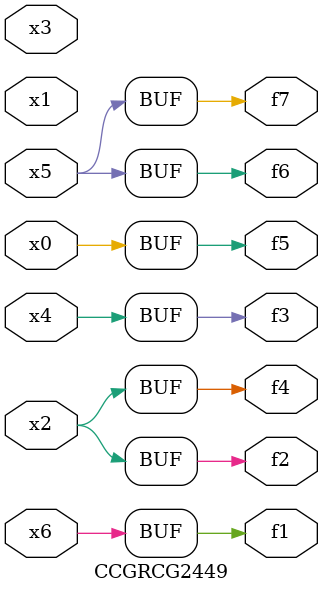
<source format=v>
module CCGRCG2449(
	input x0, x1, x2, x3, x4, x5, x6,
	output f1, f2, f3, f4, f5, f6, f7
);
	assign f1 = x6;
	assign f2 = x2;
	assign f3 = x4;
	assign f4 = x2;
	assign f5 = x0;
	assign f6 = x5;
	assign f7 = x5;
endmodule

</source>
